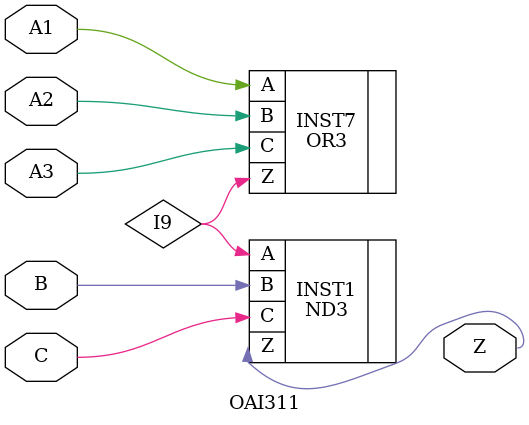
<source format=v>
`timescale 1 ns / 100 ps

/* Created by DB2VERILOG Version 1.2.0.2 on Fri Aug  5 11:15:10 1994 */
/* module compiled from "lsl2db 4.0.3" run */

module OAI311 (A1, A2, A3, B, C, Z);
input  A1, A2, A3, B, C;
output Z;
ND3 INST1 (.A(I9), .B(B), .C(C), .Z(Z));
OR3 INST7 (.A(A1), .B(A2), .C(A3), .Z(I9));

endmodule


</source>
